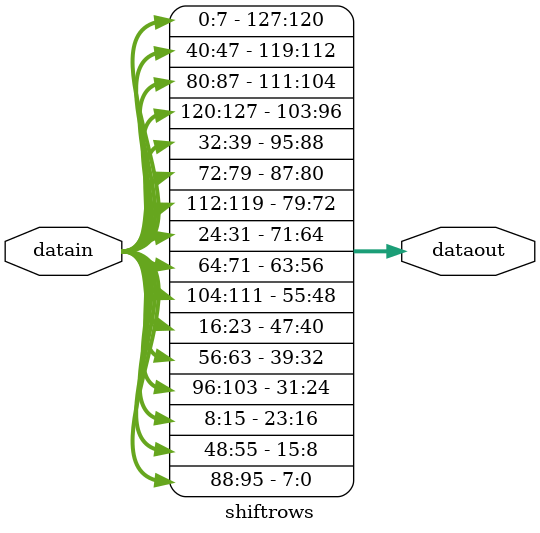
<source format=v>
module shiftrows(datain,dataout);

input [0:127] datain;
output [0:127] dataout;

assign dataout[0:7] = datain[0:7];  
assign dataout[32:39] = datain[32:39];
assign dataout[64:71] = datain[64:71];
assign dataout[96:103] = datain[96:103];
assign dataout[40:47] = datain[72:79];
assign dataout[72:79] = datain[104:111];
assign dataout[104:111] = datain[8:15];
assign dataout[8:15] = datain[40:47];
assign dataout[80:87] = datain[16:23];
assign dataout[112:119] = datain[48:55];
assign dataout[16:23] = datain[80:87];
assign dataout[48:55] = datain[112:119];
assign dataout[120:127] = datain[88:95];
assign dataout[24:31] = datain[120:127];
assign dataout[56:63] = datain[24:31];
assign dataout[88:95] = datain[56:63]; 
endmodule
</source>
